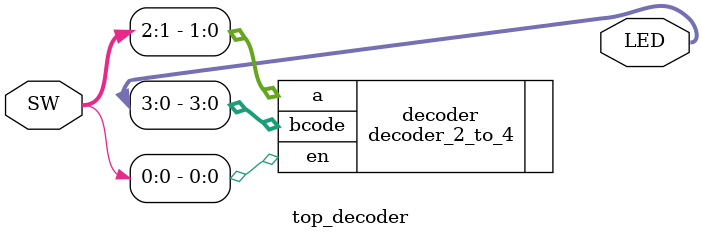
<source format=sv>
`timescale 1ns / 1ps

module top_decoder(
    input logic [15:0] SW,
    output logic [15:0] LED
    );

    decoder_2_to_4 decoder(.en(SW[0]), .a(SW[2:1]), .bcode(LED[3:0]));

endmodule

</source>
